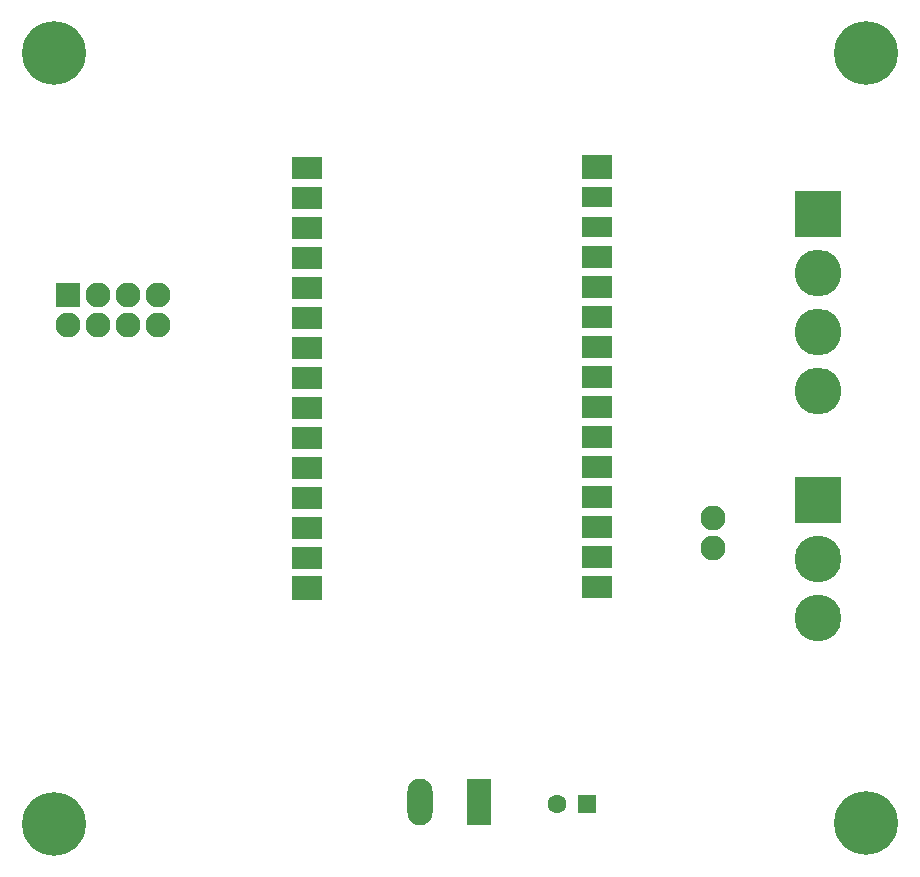
<source format=gbr>
%TF.GenerationSoftware,KiCad,Pcbnew,6.0.11+dfsg-1*%
%TF.CreationDate,2023-05-31T09:31:02-05:00*%
%TF.ProjectId,ambient_measurement,616d6269-656e-4745-9f6d-656173757265,rev?*%
%TF.SameCoordinates,Original*%
%TF.FileFunction,Soldermask,Bot*%
%TF.FilePolarity,Negative*%
%FSLAX46Y46*%
G04 Gerber Fmt 4.6, Leading zero omitted, Abs format (unit mm)*
G04 Created by KiCad (PCBNEW 6.0.11+dfsg-1) date 2023-05-31 09:31:02*
%MOMM*%
%LPD*%
G01*
G04 APERTURE LIST*
%ADD10C,5.400000*%
%ADD11R,2.125000X3.960000*%
%ADD12O,2.125000X3.960000*%
%ADD13O,2.125000X2.125000*%
%ADD14C,2.125000*%
%ADD15R,1.600000X1.600000*%
%ADD16C,1.600000*%
%ADD17R,3.960000X3.960000*%
%ADD18C,3.960000*%
%ADD19O,3.960000X3.960000*%
%ADD20R,2.125000X2.125000*%
%ADD21R,2.540000X2.000000*%
%ADD22R,2.540000X1.950000*%
%ADD23R,2.540000X2.100000*%
%ADD24R,2.540000X1.740000*%
G04 APERTURE END LIST*
D10*
%TO.C,H2*%
X179866310Y-123700000D03*
%TD*%
D11*
%TO.C,5V1*%
X215871422Y-121800000D03*
D12*
X210871422Y-121800000D03*
%TD*%
D13*
%TO.C,R1*%
X235666310Y-97780000D03*
D14*
X235666310Y-100320000D03*
%TD*%
D15*
%TO.C,C1*%
X224971422Y-122000000D03*
D16*
X222471422Y-122000000D03*
%TD*%
D17*
%TO.C,J1*%
X244558810Y-96242500D03*
D18*
X244558810Y-101242500D03*
X244558810Y-106242500D03*
%TD*%
D17*
%TO.C,J2*%
X244566310Y-72040000D03*
D19*
X244566310Y-77040000D03*
X244566310Y-82040000D03*
X244566310Y-87040000D03*
%TD*%
D10*
%TO.C,H4*%
X179866310Y-58400000D03*
%TD*%
D20*
%TO.C,U1*%
X181041310Y-78900000D03*
D14*
X181041310Y-81440000D03*
X183581310Y-78900000D03*
X183581310Y-81440000D03*
X186121310Y-78900000D03*
X186121310Y-81440000D03*
X188661310Y-78900000D03*
X188661310Y-81440000D03*
%TD*%
D21*
%TO.C,J_esp1*%
X201275810Y-103699000D03*
D22*
X201275810Y-101159000D03*
X201275810Y-98619000D03*
X201275810Y-96079000D03*
X201275810Y-93539000D03*
X201275810Y-90999000D03*
X201275810Y-88459000D03*
X201275810Y-85919000D03*
X201275810Y-83379000D03*
X201275810Y-80839000D03*
X201275810Y-78299000D03*
X201275810Y-75759000D03*
X201275810Y-73219000D03*
X201275810Y-70679000D03*
X201275810Y-68139000D03*
%TD*%
D10*
%TO.C,H3*%
X248666310Y-123600000D03*
%TD*%
D23*
%TO.C,J_esp0*%
X225816310Y-68060000D03*
D24*
X225816310Y-70600000D03*
X225816310Y-73140000D03*
D22*
X225816310Y-75680000D03*
X225816310Y-78220000D03*
X225816310Y-80760000D03*
X225816310Y-83300000D03*
X225816310Y-85840000D03*
X225816310Y-88380000D03*
X225816310Y-90920000D03*
X225816310Y-93460000D03*
X225816310Y-96000000D03*
X225816310Y-98540000D03*
X225816310Y-101080000D03*
X225816310Y-103620000D03*
%TD*%
D10*
%TO.C,H1*%
X248666310Y-58400000D03*
%TD*%
M02*

</source>
